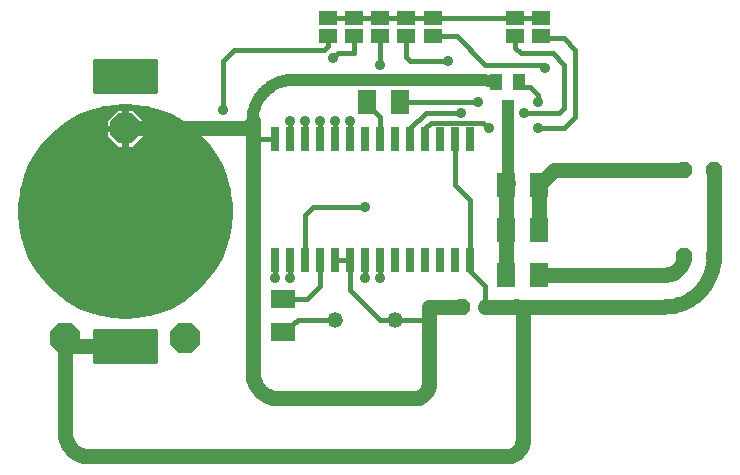
<source format=gtl>
G75*
G70*
%OFA0B0*%
%FSLAX24Y24*%
%IPPOS*%
%LPD*%
%AMOC8*
5,1,8,0,0,1.08239X$1,22.5*
%
%ADD10R,0.0256X0.0800*%
%ADD11OC8,0.0520*%
%ADD12C,0.0520*%
%ADD13R,0.0630X0.0787*%
%ADD14R,0.0394X0.0551*%
%ADD15OC8,0.1000*%
%ADD16R,0.0787X0.0630*%
%ADD17R,0.0630X0.0460*%
%ADD18C,0.0160*%
%ADD19C,0.0356*%
%ADD20C,0.0500*%
%ADD21C,0.0400*%
D10*
X009630Y007123D03*
X010130Y007123D03*
X010630Y007123D03*
X011130Y007123D03*
X011630Y007123D03*
X012130Y007123D03*
X012630Y007123D03*
X013130Y007123D03*
X013630Y007123D03*
X014130Y007123D03*
X014630Y007123D03*
X015130Y007123D03*
X015630Y007123D03*
X016130Y007123D03*
X016130Y011137D03*
X015630Y011137D03*
X015130Y011137D03*
X014630Y011137D03*
X014130Y011137D03*
X013630Y011137D03*
X013130Y011137D03*
X012630Y011137D03*
X012130Y011137D03*
X011630Y011137D03*
X011130Y011137D03*
X010630Y011137D03*
X010130Y011137D03*
X009630Y011137D03*
D11*
X015855Y005568D03*
X023255Y007255D03*
X024255Y007255D03*
X024255Y010130D03*
X023255Y010130D03*
D12*
X016655Y005568D03*
X013630Y005130D03*
X011630Y005130D03*
D13*
X017329Y006630D03*
X018431Y006630D03*
X018431Y008130D03*
X017329Y008130D03*
X017329Y009630D03*
X018431Y009630D03*
X013806Y012380D03*
X012704Y012380D03*
D14*
X017006Y013063D03*
X017754Y013063D03*
X017380Y012197D03*
D15*
X004630Y011505D03*
X002630Y004505D03*
X006630Y004505D03*
D16*
X009880Y004704D03*
X009880Y005806D03*
D17*
X011380Y014580D03*
X011380Y015180D03*
X012255Y015180D03*
X012255Y014580D03*
X013130Y014580D03*
X013130Y015180D03*
X014005Y015180D03*
X014005Y014580D03*
X014880Y014580D03*
X014880Y015180D03*
X017630Y015180D03*
X017630Y014580D03*
X018505Y014580D03*
X018505Y015180D03*
D18*
X017630Y015180D01*
X014880Y015180D01*
X014005Y015180D01*
X013130Y015180D01*
X012255Y015180D01*
X011380Y015180D01*
X011380Y014580D02*
X011380Y014255D01*
X011255Y014130D01*
X008255Y014130D01*
X007880Y013755D01*
X007880Y012130D01*
X007105Y011230D02*
X006812Y011491D01*
X006492Y011719D01*
X006149Y011908D01*
X005786Y012059D01*
X005409Y012167D01*
X005022Y012233D01*
X004630Y012255D01*
X004238Y012233D01*
X003851Y012167D01*
X003474Y012059D01*
X003111Y011908D01*
X002768Y011719D01*
X002448Y011491D01*
X002155Y011230D01*
X001894Y010937D01*
X001666Y010617D01*
X001477Y010274D01*
X007783Y010274D01*
X007934Y009911D01*
X008042Y009534D01*
X008108Y009147D01*
X008130Y008755D01*
X008108Y008363D01*
X008042Y007976D01*
X007934Y007599D01*
X007783Y007236D01*
X007594Y006893D01*
X007366Y006573D01*
X007105Y006280D01*
X006812Y006019D01*
X006492Y005791D01*
X006149Y005602D01*
X005786Y005451D01*
X005409Y005343D01*
X005022Y005277D01*
X004630Y005255D01*
X004238Y005277D01*
X003851Y005343D01*
X003474Y005451D01*
X003111Y005602D01*
X002768Y005791D01*
X002448Y006019D01*
X002155Y006280D01*
X001894Y006573D01*
X001666Y006893D01*
X001477Y007236D01*
X001326Y007599D01*
X001218Y007976D01*
X001152Y008363D01*
X001130Y008755D01*
X001152Y009147D01*
X001218Y009534D01*
X001326Y009911D01*
X001477Y010274D01*
X001411Y010116D02*
X007849Y010116D01*
X007783Y010274D02*
X007594Y010617D01*
X007366Y010937D01*
X007105Y011230D01*
X007109Y011225D02*
X005310Y011225D01*
X005310Y011223D02*
X005310Y011475D01*
X004660Y011475D01*
X004660Y011535D01*
X005310Y011535D01*
X005310Y011787D01*
X004912Y012185D01*
X004660Y012185D01*
X004660Y011535D01*
X004600Y011535D01*
X004600Y012185D01*
X004348Y012185D01*
X003950Y011787D01*
X003950Y011535D01*
X004600Y011535D01*
X004600Y011475D01*
X004660Y011475D01*
X004660Y010825D01*
X004912Y010825D01*
X005310Y011223D01*
X005310Y011384D02*
X006933Y011384D01*
X006741Y011542D02*
X005310Y011542D01*
X005310Y011701D02*
X006518Y011701D01*
X006238Y011859D02*
X005238Y011859D01*
X005079Y012018D02*
X005885Y012018D01*
X005357Y012176D02*
X004921Y012176D01*
X004660Y012176D02*
X004600Y012176D01*
X004600Y012018D02*
X004660Y012018D01*
X004660Y011859D02*
X004600Y011859D01*
X004600Y011701D02*
X004660Y011701D01*
X004660Y011542D02*
X004600Y011542D01*
X004600Y011475D02*
X003950Y011475D01*
X003950Y011223D01*
X004348Y010825D01*
X004600Y010825D01*
X004600Y011475D01*
X004600Y011384D02*
X004660Y011384D01*
X004660Y011225D02*
X004600Y011225D01*
X004600Y011067D02*
X004660Y011067D01*
X004660Y010908D02*
X004600Y010908D01*
X004265Y010908D02*
X001873Y010908D01*
X001760Y010750D02*
X007500Y010750D01*
X007608Y010591D02*
X001652Y010591D01*
X001564Y010433D02*
X007696Y010433D01*
X007915Y009957D02*
X001345Y009957D01*
X001294Y009799D02*
X007966Y009799D01*
X008012Y009640D02*
X001248Y009640D01*
X001209Y009482D02*
X008051Y009482D01*
X008078Y009323D02*
X001182Y009323D01*
X001155Y009165D02*
X008105Y009165D01*
X008116Y009006D02*
X001144Y009006D01*
X001135Y008848D02*
X008125Y008848D01*
X008126Y008689D02*
X001134Y008689D01*
X001143Y008531D02*
X008117Y008531D01*
X008108Y008372D02*
X001152Y008372D01*
X001177Y008214D02*
X008083Y008214D01*
X008056Y008055D02*
X001204Y008055D01*
X001241Y007897D02*
X008019Y007897D01*
X007974Y007738D02*
X001286Y007738D01*
X001334Y007580D02*
X007926Y007580D01*
X007860Y007421D02*
X001400Y007421D01*
X001466Y007263D02*
X007794Y007263D01*
X007710Y007104D02*
X001550Y007104D01*
X001637Y006946D02*
X007623Y006946D01*
X007518Y006787D02*
X001742Y006787D01*
X001854Y006629D02*
X007406Y006629D01*
X007275Y006470D02*
X001985Y006470D01*
X002127Y006312D02*
X007133Y006312D01*
X006963Y006153D02*
X002297Y006153D01*
X002482Y005995D02*
X006778Y005995D01*
X006555Y005836D02*
X002705Y005836D01*
X002974Y005678D02*
X006286Y005678D01*
X005949Y005519D02*
X003311Y005519D01*
X003790Y005361D02*
X005470Y005361D01*
X005630Y004755D02*
X003630Y004755D01*
X003630Y003755D01*
X005630Y003755D01*
X005630Y004755D01*
X005630Y004727D02*
X003630Y004727D01*
X003630Y004568D02*
X005630Y004568D01*
X005630Y004410D02*
X003630Y004410D01*
X003630Y004251D02*
X005630Y004251D01*
X005630Y004093D02*
X003630Y004093D01*
X003630Y003934D02*
X005630Y003934D01*
X005630Y003776D02*
X003630Y003776D01*
X009880Y004704D02*
X010380Y005130D01*
X011630Y005130D01*
X010681Y005806D02*
X011130Y006255D01*
X011130Y007123D01*
X011630Y007123D02*
X012130Y007123D01*
X012130Y006130D01*
X013130Y005130D01*
X013630Y005130D01*
X014630Y005130D01*
X014755Y005005D01*
X016630Y005505D02*
X016630Y005568D01*
X016630Y006255D01*
X016130Y006755D01*
X016130Y007123D01*
X016130Y009130D01*
X015630Y009630D01*
X015630Y011137D01*
X014818Y011693D02*
X016568Y011693D01*
X016755Y011505D01*
X015818Y012036D02*
X014661Y012036D01*
X014130Y011505D01*
X014130Y011137D01*
X014630Y011137D02*
X014630Y011505D01*
X014818Y011693D01*
X013806Y012380D02*
X016380Y012380D01*
X017688Y012938D02*
X017755Y012880D01*
X018130Y012880D01*
X018380Y012630D01*
X018380Y012380D01*
X017943Y012036D02*
X019099Y012036D01*
X019255Y012193D01*
X019255Y013630D01*
X018880Y014005D01*
X017818Y014005D01*
X017630Y014193D01*
X017630Y014568D01*
X018505Y014580D02*
X018505Y014505D01*
X019255Y014505D01*
X019630Y014130D01*
X019630Y011880D01*
X019255Y011505D01*
X018380Y011505D01*
X017688Y012938D02*
X017754Y013063D01*
X018505Y013630D02*
X018630Y013505D01*
X018505Y013630D02*
X016630Y013630D01*
X015680Y014580D01*
X014880Y014580D01*
X014005Y014580D02*
X014005Y013880D01*
X014130Y013755D01*
X015380Y013755D01*
X013130Y013630D02*
X013130Y014580D01*
X013130Y014630D01*
X012255Y014580D02*
X012255Y014005D01*
X011724Y014005D01*
X011568Y013849D01*
X012704Y012380D02*
X012755Y012255D01*
X013130Y011880D01*
X013130Y011137D01*
X012130Y011137D02*
X012130Y011755D01*
X011630Y011755D02*
X011630Y011137D01*
X011130Y011137D02*
X011130Y011755D01*
X010630Y011755D02*
X010630Y011137D01*
X010130Y011137D02*
X010130Y011755D01*
X009630Y011137D02*
X008887Y011137D01*
X008880Y011005D01*
X007387Y010908D02*
X004995Y010908D01*
X005153Y011067D02*
X007251Y011067D01*
X005630Y012755D02*
X005630Y013755D01*
X003630Y013755D01*
X003630Y012755D01*
X005630Y012755D01*
X005630Y012810D02*
X003630Y012810D01*
X003630Y012969D02*
X005630Y012969D01*
X005630Y013127D02*
X003630Y013127D01*
X003630Y013286D02*
X005630Y013286D01*
X005630Y013444D02*
X003630Y013444D01*
X003630Y013603D02*
X005630Y013603D01*
X004339Y012176D02*
X003903Y012176D01*
X004181Y012018D02*
X003375Y012018D01*
X003022Y011859D02*
X004022Y011859D01*
X003950Y011701D02*
X002742Y011701D01*
X002519Y011542D02*
X003950Y011542D01*
X003950Y011384D02*
X002327Y011384D01*
X002151Y011225D02*
X003950Y011225D01*
X004107Y011067D02*
X002009Y011067D01*
X009630Y007123D02*
X009630Y006505D01*
X010130Y006505D02*
X010130Y007255D01*
X010630Y007255D02*
X010630Y008630D01*
X010880Y008880D01*
X012630Y008880D01*
X012630Y007123D02*
X012630Y006505D01*
X013130Y006505D02*
X013130Y007123D01*
X010681Y005806D02*
X009880Y005806D01*
X016630Y005568D02*
X016655Y005574D01*
X016655Y005568D01*
D19*
X013130Y006505D03*
X012630Y006505D03*
X010130Y006505D03*
X009630Y006505D03*
X012630Y008880D03*
X016755Y011505D03*
X015818Y012036D03*
X016380Y012380D03*
X017943Y012036D03*
X018380Y012380D03*
X018380Y011505D03*
X018630Y013505D03*
X015380Y013755D03*
X013130Y013630D03*
X011568Y013849D03*
X011630Y011755D03*
X012130Y011755D03*
X011130Y011755D03*
X010630Y011755D03*
X010130Y011755D03*
X007880Y012130D03*
D20*
X002630Y004255D02*
X002630Y001380D01*
X002630Y001381D02*
X002631Y001327D01*
X002636Y001273D01*
X002644Y001220D01*
X002656Y001167D01*
X002671Y001116D01*
X002690Y001066D01*
X002713Y001017D01*
X002738Y000969D01*
X002767Y000924D01*
X002799Y000880D01*
X002834Y000839D01*
X002871Y000801D01*
X002911Y000765D01*
X002953Y000732D01*
X002998Y000701D01*
X003044Y000674D01*
X003093Y000650D01*
X003142Y000630D01*
X003193Y000613D01*
X003245Y000599D01*
X003298Y000589D01*
X003352Y000583D01*
X003405Y000580D01*
X017405Y000580D01*
X017406Y000580D02*
X017448Y000585D01*
X017489Y000594D01*
X017530Y000605D01*
X017570Y000620D01*
X017608Y000639D01*
X017645Y000660D01*
X017680Y000684D01*
X017712Y000712D01*
X017743Y000741D01*
X017771Y000773D01*
X017796Y000808D01*
X017818Y000844D01*
X017837Y000882D01*
X017853Y000921D01*
X017865Y000962D01*
X017874Y001004D01*
X017880Y001046D01*
X017882Y001088D01*
X017881Y001131D01*
X017880Y001130D02*
X017880Y005380D01*
X017874Y005409D01*
X017864Y005436D01*
X017851Y005462D01*
X017835Y005485D01*
X017816Y005507D01*
X017794Y005526D01*
X017769Y005542D01*
X017743Y005554D01*
X017716Y005563D01*
X017687Y005568D01*
X017659Y005570D01*
X017630Y005568D01*
X022599Y005568D01*
X022630Y006630D02*
X018431Y006630D01*
X017329Y006630D02*
X017329Y008130D01*
X017329Y009630D01*
X017380Y009681D01*
X018431Y009630D02*
X018931Y010130D01*
X023255Y010130D01*
X024255Y010130D02*
X024255Y007255D01*
X023255Y007255D02*
X023253Y007206D01*
X023247Y007157D01*
X023238Y007109D01*
X023224Y007062D01*
X023207Y007016D01*
X023187Y006971D01*
X023163Y006928D01*
X023136Y006888D01*
X023105Y006849D01*
X023072Y006813D01*
X023036Y006780D01*
X022997Y006749D01*
X022957Y006722D01*
X022914Y006698D01*
X022869Y006678D01*
X022823Y006661D01*
X022776Y006647D01*
X022728Y006638D01*
X022679Y006632D01*
X022630Y006630D01*
X022599Y005567D02*
X022678Y005570D01*
X022757Y005576D01*
X022836Y005586D01*
X022915Y005600D01*
X022992Y005618D01*
X023069Y005639D01*
X023145Y005664D01*
X023219Y005693D01*
X023292Y005725D01*
X023363Y005760D01*
X023432Y005799D01*
X023500Y005841D01*
X023566Y005886D01*
X023629Y005934D01*
X023690Y005986D01*
X023748Y006040D01*
X023804Y006097D01*
X023857Y006156D01*
X023907Y006218D01*
X023954Y006282D01*
X023998Y006348D01*
X024039Y006417D01*
X024076Y006487D01*
X024110Y006559D01*
X024141Y006632D01*
X024168Y006707D01*
X024192Y006783D01*
X024211Y006860D01*
X024228Y006938D01*
X024240Y007017D01*
X024249Y007096D01*
X024254Y007175D01*
X024255Y007255D01*
X018431Y008130D02*
X018431Y009630D01*
X017630Y005568D02*
X016630Y005568D01*
X015855Y005568D02*
X014755Y005568D01*
X014755Y005005D01*
X014755Y003005D01*
X014753Y002961D01*
X014747Y002918D01*
X014738Y002876D01*
X014725Y002834D01*
X014708Y002794D01*
X014688Y002755D01*
X014665Y002718D01*
X014638Y002684D01*
X014609Y002651D01*
X014576Y002622D01*
X014542Y002595D01*
X014505Y002572D01*
X014466Y002552D01*
X014426Y002535D01*
X014384Y002522D01*
X014342Y002513D01*
X014299Y002507D01*
X014255Y002505D01*
X009755Y002505D01*
X009698Y002507D01*
X009641Y002512D01*
X009584Y002522D01*
X009529Y002535D01*
X009474Y002551D01*
X009420Y002572D01*
X009368Y002595D01*
X009317Y002622D01*
X009269Y002652D01*
X009222Y002686D01*
X009178Y002722D01*
X009136Y002761D01*
X009097Y002803D01*
X009061Y002847D01*
X009027Y002894D01*
X008997Y002943D01*
X008970Y002993D01*
X008947Y003045D01*
X008926Y003099D01*
X008910Y003154D01*
X008897Y003209D01*
X008887Y003266D01*
X008882Y003323D01*
X008880Y003380D01*
X008880Y011005D01*
X008880Y011755D01*
X008755Y011505D01*
X004630Y011505D01*
X002630Y004505D02*
X002630Y004255D01*
X004880Y004255D01*
D21*
X017329Y009630D02*
X017342Y009632D01*
X017354Y009637D01*
X017365Y009645D01*
X017373Y009655D01*
X017378Y009668D01*
X017380Y009681D01*
X017380Y012197D01*
X017006Y013063D02*
X016564Y013130D01*
X010255Y013130D01*
X010183Y013128D01*
X010111Y013122D01*
X010040Y013113D01*
X009969Y013100D01*
X009899Y013083D01*
X009830Y013063D01*
X009762Y013039D01*
X009696Y013011D01*
X009631Y012980D01*
X009567Y012946D01*
X009506Y012908D01*
X009447Y012867D01*
X009390Y012824D01*
X009335Y012777D01*
X009283Y012727D01*
X009233Y012675D01*
X009186Y012620D01*
X009143Y012563D01*
X009102Y012504D01*
X009064Y012443D01*
X009030Y012379D01*
X008999Y012314D01*
X008971Y012248D01*
X008947Y012180D01*
X008927Y012111D01*
X008910Y012041D01*
X008897Y011970D01*
X008888Y011899D01*
X008882Y011827D01*
X008880Y011755D01*
M02*

</source>
